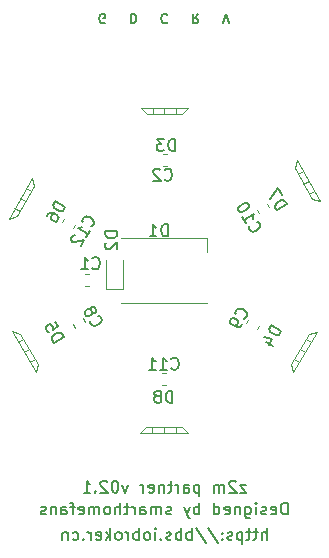
<source format=gbr>
%TF.GenerationSoftware,KiCad,Pcbnew,(5.1.4-0-10_14)*%
%TF.CreationDate,2019-11-29T01:48:41+08:00*%
%TF.ProjectId,z2m_partner,7a326d5f-7061-4727-946e-65722e6b6963,rev?*%
%TF.SameCoordinates,Original*%
%TF.FileFunction,Legend,Bot*%
%TF.FilePolarity,Positive*%
%FSLAX46Y46*%
G04 Gerber Fmt 4.6, Leading zero omitted, Abs format (unit mm)*
G04 Created by KiCad (PCBNEW (5.1.4-0-10_14)) date 2019-11-29 01:48:41*
%MOMM*%
%LPD*%
G04 APERTURE LIST*
%ADD10C,0.150000*%
%ADD11C,0.120000*%
G04 APERTURE END LIST*
D10*
X193212857Y-125672380D02*
X193212857Y-124672380D01*
X192784285Y-125672380D02*
X192784285Y-125148571D01*
X192831904Y-125053333D01*
X192927142Y-125005714D01*
X193070000Y-125005714D01*
X193165238Y-125053333D01*
X193212857Y-125100952D01*
X192450952Y-125005714D02*
X192070000Y-125005714D01*
X192308095Y-124672380D02*
X192308095Y-125529523D01*
X192260476Y-125624761D01*
X192165238Y-125672380D01*
X192070000Y-125672380D01*
X191879523Y-125005714D02*
X191498571Y-125005714D01*
X191736666Y-124672380D02*
X191736666Y-125529523D01*
X191689047Y-125624761D01*
X191593809Y-125672380D01*
X191498571Y-125672380D01*
X191165238Y-125005714D02*
X191165238Y-126005714D01*
X191165238Y-125053333D02*
X191070000Y-125005714D01*
X190879523Y-125005714D01*
X190784285Y-125053333D01*
X190736666Y-125100952D01*
X190689047Y-125196190D01*
X190689047Y-125481904D01*
X190736666Y-125577142D01*
X190784285Y-125624761D01*
X190879523Y-125672380D01*
X191070000Y-125672380D01*
X191165238Y-125624761D01*
X190308095Y-125624761D02*
X190212857Y-125672380D01*
X190022380Y-125672380D01*
X189927142Y-125624761D01*
X189879523Y-125529523D01*
X189879523Y-125481904D01*
X189927142Y-125386666D01*
X190022380Y-125339047D01*
X190165238Y-125339047D01*
X190260476Y-125291428D01*
X190308095Y-125196190D01*
X190308095Y-125148571D01*
X190260476Y-125053333D01*
X190165238Y-125005714D01*
X190022380Y-125005714D01*
X189927142Y-125053333D01*
X189450952Y-125577142D02*
X189403333Y-125624761D01*
X189450952Y-125672380D01*
X189498571Y-125624761D01*
X189450952Y-125577142D01*
X189450952Y-125672380D01*
X189450952Y-125053333D02*
X189403333Y-125100952D01*
X189450952Y-125148571D01*
X189498571Y-125100952D01*
X189450952Y-125053333D01*
X189450952Y-125148571D01*
X188260476Y-124624761D02*
X189117619Y-125910476D01*
X187212857Y-124624761D02*
X188070000Y-125910476D01*
X186879523Y-125672380D02*
X186879523Y-124672380D01*
X186879523Y-125053333D02*
X186784285Y-125005714D01*
X186593809Y-125005714D01*
X186498571Y-125053333D01*
X186450952Y-125100952D01*
X186403333Y-125196190D01*
X186403333Y-125481904D01*
X186450952Y-125577142D01*
X186498571Y-125624761D01*
X186593809Y-125672380D01*
X186784285Y-125672380D01*
X186879523Y-125624761D01*
X185974761Y-125672380D02*
X185974761Y-124672380D01*
X185974761Y-125053333D02*
X185879523Y-125005714D01*
X185689047Y-125005714D01*
X185593809Y-125053333D01*
X185546190Y-125100952D01*
X185498571Y-125196190D01*
X185498571Y-125481904D01*
X185546190Y-125577142D01*
X185593809Y-125624761D01*
X185689047Y-125672380D01*
X185879523Y-125672380D01*
X185974761Y-125624761D01*
X185117619Y-125624761D02*
X185022380Y-125672380D01*
X184831904Y-125672380D01*
X184736666Y-125624761D01*
X184689047Y-125529523D01*
X184689047Y-125481904D01*
X184736666Y-125386666D01*
X184831904Y-125339047D01*
X184974761Y-125339047D01*
X185070000Y-125291428D01*
X185117619Y-125196190D01*
X185117619Y-125148571D01*
X185070000Y-125053333D01*
X184974761Y-125005714D01*
X184831904Y-125005714D01*
X184736666Y-125053333D01*
X184260476Y-125577142D02*
X184212857Y-125624761D01*
X184260476Y-125672380D01*
X184308095Y-125624761D01*
X184260476Y-125577142D01*
X184260476Y-125672380D01*
X183784285Y-125672380D02*
X183784285Y-125005714D01*
X183784285Y-124672380D02*
X183831904Y-124720000D01*
X183784285Y-124767619D01*
X183736666Y-124720000D01*
X183784285Y-124672380D01*
X183784285Y-124767619D01*
X183165238Y-125672380D02*
X183260476Y-125624761D01*
X183308095Y-125577142D01*
X183355714Y-125481904D01*
X183355714Y-125196190D01*
X183308095Y-125100952D01*
X183260476Y-125053333D01*
X183165238Y-125005714D01*
X183022380Y-125005714D01*
X182927142Y-125053333D01*
X182879523Y-125100952D01*
X182831904Y-125196190D01*
X182831904Y-125481904D01*
X182879523Y-125577142D01*
X182927142Y-125624761D01*
X183022380Y-125672380D01*
X183165238Y-125672380D01*
X182403333Y-125672380D02*
X182403333Y-124672380D01*
X182403333Y-125053333D02*
X182308095Y-125005714D01*
X182117619Y-125005714D01*
X182022380Y-125053333D01*
X181974761Y-125100952D01*
X181927142Y-125196190D01*
X181927142Y-125481904D01*
X181974761Y-125577142D01*
X182022380Y-125624761D01*
X182117619Y-125672380D01*
X182308095Y-125672380D01*
X182403333Y-125624761D01*
X181498571Y-125672380D02*
X181498571Y-125005714D01*
X181498571Y-125196190D02*
X181450952Y-125100952D01*
X181403333Y-125053333D01*
X181308095Y-125005714D01*
X181212857Y-125005714D01*
X180736666Y-125672380D02*
X180831904Y-125624761D01*
X180879523Y-125577142D01*
X180927142Y-125481904D01*
X180927142Y-125196190D01*
X180879523Y-125100952D01*
X180831904Y-125053333D01*
X180736666Y-125005714D01*
X180593809Y-125005714D01*
X180498571Y-125053333D01*
X180450952Y-125100952D01*
X180403333Y-125196190D01*
X180403333Y-125481904D01*
X180450952Y-125577142D01*
X180498571Y-125624761D01*
X180593809Y-125672380D01*
X180736666Y-125672380D01*
X179974761Y-125672380D02*
X179974761Y-124672380D01*
X179879523Y-125291428D02*
X179593809Y-125672380D01*
X179593809Y-125005714D02*
X179974761Y-125386666D01*
X178784285Y-125624761D02*
X178879523Y-125672380D01*
X179070000Y-125672380D01*
X179165238Y-125624761D01*
X179212857Y-125529523D01*
X179212857Y-125148571D01*
X179165238Y-125053333D01*
X179070000Y-125005714D01*
X178879523Y-125005714D01*
X178784285Y-125053333D01*
X178736666Y-125148571D01*
X178736666Y-125243809D01*
X179212857Y-125339047D01*
X178308095Y-125672380D02*
X178308095Y-125005714D01*
X178308095Y-125196190D02*
X178260476Y-125100952D01*
X178212857Y-125053333D01*
X178117619Y-125005714D01*
X178022380Y-125005714D01*
X177689047Y-125577142D02*
X177641428Y-125624761D01*
X177689047Y-125672380D01*
X177736666Y-125624761D01*
X177689047Y-125577142D01*
X177689047Y-125672380D01*
X176784285Y-125624761D02*
X176879523Y-125672380D01*
X177070000Y-125672380D01*
X177165238Y-125624761D01*
X177212857Y-125577142D01*
X177260476Y-125481904D01*
X177260476Y-125196190D01*
X177212857Y-125100952D01*
X177165238Y-125053333D01*
X177070000Y-125005714D01*
X176879523Y-125005714D01*
X176784285Y-125053333D01*
X176355714Y-125005714D02*
X176355714Y-125672380D01*
X176355714Y-125100952D02*
X176308095Y-125053333D01*
X176212857Y-125005714D01*
X176070000Y-125005714D01*
X175974761Y-125053333D01*
X175927142Y-125148571D01*
X175927142Y-125672380D01*
X194978571Y-123522380D02*
X194978571Y-122522380D01*
X194740476Y-122522380D01*
X194597619Y-122570000D01*
X194502380Y-122665238D01*
X194454761Y-122760476D01*
X194407142Y-122950952D01*
X194407142Y-123093809D01*
X194454761Y-123284285D01*
X194502380Y-123379523D01*
X194597619Y-123474761D01*
X194740476Y-123522380D01*
X194978571Y-123522380D01*
X193597619Y-123474761D02*
X193692857Y-123522380D01*
X193883333Y-123522380D01*
X193978571Y-123474761D01*
X194026190Y-123379523D01*
X194026190Y-122998571D01*
X193978571Y-122903333D01*
X193883333Y-122855714D01*
X193692857Y-122855714D01*
X193597619Y-122903333D01*
X193550000Y-122998571D01*
X193550000Y-123093809D01*
X194026190Y-123189047D01*
X193169047Y-123474761D02*
X193073809Y-123522380D01*
X192883333Y-123522380D01*
X192788095Y-123474761D01*
X192740476Y-123379523D01*
X192740476Y-123331904D01*
X192788095Y-123236666D01*
X192883333Y-123189047D01*
X193026190Y-123189047D01*
X193121428Y-123141428D01*
X193169047Y-123046190D01*
X193169047Y-122998571D01*
X193121428Y-122903333D01*
X193026190Y-122855714D01*
X192883333Y-122855714D01*
X192788095Y-122903333D01*
X192311904Y-123522380D02*
X192311904Y-122855714D01*
X192311904Y-122522380D02*
X192359523Y-122570000D01*
X192311904Y-122617619D01*
X192264285Y-122570000D01*
X192311904Y-122522380D01*
X192311904Y-122617619D01*
X191407142Y-122855714D02*
X191407142Y-123665238D01*
X191454761Y-123760476D01*
X191502380Y-123808095D01*
X191597619Y-123855714D01*
X191740476Y-123855714D01*
X191835714Y-123808095D01*
X191407142Y-123474761D02*
X191502380Y-123522380D01*
X191692857Y-123522380D01*
X191788095Y-123474761D01*
X191835714Y-123427142D01*
X191883333Y-123331904D01*
X191883333Y-123046190D01*
X191835714Y-122950952D01*
X191788095Y-122903333D01*
X191692857Y-122855714D01*
X191502380Y-122855714D01*
X191407142Y-122903333D01*
X190930952Y-122855714D02*
X190930952Y-123522380D01*
X190930952Y-122950952D02*
X190883333Y-122903333D01*
X190788095Y-122855714D01*
X190645238Y-122855714D01*
X190550000Y-122903333D01*
X190502380Y-122998571D01*
X190502380Y-123522380D01*
X189645238Y-123474761D02*
X189740476Y-123522380D01*
X189930952Y-123522380D01*
X190026190Y-123474761D01*
X190073809Y-123379523D01*
X190073809Y-122998571D01*
X190026190Y-122903333D01*
X189930952Y-122855714D01*
X189740476Y-122855714D01*
X189645238Y-122903333D01*
X189597619Y-122998571D01*
X189597619Y-123093809D01*
X190073809Y-123189047D01*
X188740476Y-123522380D02*
X188740476Y-122522380D01*
X188740476Y-123474761D02*
X188835714Y-123522380D01*
X189026190Y-123522380D01*
X189121428Y-123474761D01*
X189169047Y-123427142D01*
X189216666Y-123331904D01*
X189216666Y-123046190D01*
X189169047Y-122950952D01*
X189121428Y-122903333D01*
X189026190Y-122855714D01*
X188835714Y-122855714D01*
X188740476Y-122903333D01*
X187502380Y-123522380D02*
X187502380Y-122522380D01*
X187502380Y-122903333D02*
X187407142Y-122855714D01*
X187216666Y-122855714D01*
X187121428Y-122903333D01*
X187073809Y-122950952D01*
X187026190Y-123046190D01*
X187026190Y-123331904D01*
X187073809Y-123427142D01*
X187121428Y-123474761D01*
X187216666Y-123522380D01*
X187407142Y-123522380D01*
X187502380Y-123474761D01*
X186692857Y-122855714D02*
X186454761Y-123522380D01*
X186216666Y-122855714D02*
X186454761Y-123522380D01*
X186550000Y-123760476D01*
X186597619Y-123808095D01*
X186692857Y-123855714D01*
X185121428Y-123474761D02*
X185026190Y-123522380D01*
X184835714Y-123522380D01*
X184740476Y-123474761D01*
X184692857Y-123379523D01*
X184692857Y-123331904D01*
X184740476Y-123236666D01*
X184835714Y-123189047D01*
X184978571Y-123189047D01*
X185073809Y-123141428D01*
X185121428Y-123046190D01*
X185121428Y-122998571D01*
X185073809Y-122903333D01*
X184978571Y-122855714D01*
X184835714Y-122855714D01*
X184740476Y-122903333D01*
X184264285Y-123522380D02*
X184264285Y-122855714D01*
X184264285Y-122950952D02*
X184216666Y-122903333D01*
X184121428Y-122855714D01*
X183978571Y-122855714D01*
X183883333Y-122903333D01*
X183835714Y-122998571D01*
X183835714Y-123522380D01*
X183835714Y-122998571D02*
X183788095Y-122903333D01*
X183692857Y-122855714D01*
X183550000Y-122855714D01*
X183454761Y-122903333D01*
X183407142Y-122998571D01*
X183407142Y-123522380D01*
X182502380Y-123522380D02*
X182502380Y-122998571D01*
X182550000Y-122903333D01*
X182645238Y-122855714D01*
X182835714Y-122855714D01*
X182930952Y-122903333D01*
X182502380Y-123474761D02*
X182597619Y-123522380D01*
X182835714Y-123522380D01*
X182930952Y-123474761D01*
X182978571Y-123379523D01*
X182978571Y-123284285D01*
X182930952Y-123189047D01*
X182835714Y-123141428D01*
X182597619Y-123141428D01*
X182502380Y-123093809D01*
X182026190Y-123522380D02*
X182026190Y-122855714D01*
X182026190Y-123046190D02*
X181978571Y-122950952D01*
X181930952Y-122903333D01*
X181835714Y-122855714D01*
X181740476Y-122855714D01*
X181550000Y-122855714D02*
X181169047Y-122855714D01*
X181407142Y-122522380D02*
X181407142Y-123379523D01*
X181359523Y-123474761D01*
X181264285Y-123522380D01*
X181169047Y-123522380D01*
X180835714Y-123522380D02*
X180835714Y-122522380D01*
X180407142Y-123522380D02*
X180407142Y-122998571D01*
X180454761Y-122903333D01*
X180550000Y-122855714D01*
X180692857Y-122855714D01*
X180788095Y-122903333D01*
X180835714Y-122950952D01*
X179788095Y-123522380D02*
X179883333Y-123474761D01*
X179930952Y-123427142D01*
X179978571Y-123331904D01*
X179978571Y-123046190D01*
X179930952Y-122950952D01*
X179883333Y-122903333D01*
X179788095Y-122855714D01*
X179645238Y-122855714D01*
X179550000Y-122903333D01*
X179502380Y-122950952D01*
X179454761Y-123046190D01*
X179454761Y-123331904D01*
X179502380Y-123427142D01*
X179550000Y-123474761D01*
X179645238Y-123522380D01*
X179788095Y-123522380D01*
X179026190Y-123522380D02*
X179026190Y-122855714D01*
X179026190Y-122950952D02*
X178978571Y-122903333D01*
X178883333Y-122855714D01*
X178740476Y-122855714D01*
X178645238Y-122903333D01*
X178597619Y-122998571D01*
X178597619Y-123522380D01*
X178597619Y-122998571D02*
X178550000Y-122903333D01*
X178454761Y-122855714D01*
X178311904Y-122855714D01*
X178216666Y-122903333D01*
X178169047Y-122998571D01*
X178169047Y-123522380D01*
X177311904Y-123474761D02*
X177407142Y-123522380D01*
X177597619Y-123522380D01*
X177692857Y-123474761D01*
X177740476Y-123379523D01*
X177740476Y-122998571D01*
X177692857Y-122903333D01*
X177597619Y-122855714D01*
X177407142Y-122855714D01*
X177311904Y-122903333D01*
X177264285Y-122998571D01*
X177264285Y-123093809D01*
X177740476Y-123189047D01*
X176978571Y-122855714D02*
X176597619Y-122855714D01*
X176835714Y-123522380D02*
X176835714Y-122665238D01*
X176788095Y-122570000D01*
X176692857Y-122522380D01*
X176597619Y-122522380D01*
X175835714Y-123522380D02*
X175835714Y-122998571D01*
X175883333Y-122903333D01*
X175978571Y-122855714D01*
X176169047Y-122855714D01*
X176264285Y-122903333D01*
X175835714Y-123474761D02*
X175930952Y-123522380D01*
X176169047Y-123522380D01*
X176264285Y-123474761D01*
X176311904Y-123379523D01*
X176311904Y-123284285D01*
X176264285Y-123189047D01*
X176169047Y-123141428D01*
X175930952Y-123141428D01*
X175835714Y-123093809D01*
X175359523Y-122855714D02*
X175359523Y-123522380D01*
X175359523Y-122950952D02*
X175311904Y-122903333D01*
X175216666Y-122855714D01*
X175073809Y-122855714D01*
X174978571Y-122903333D01*
X174930952Y-122998571D01*
X174930952Y-123522380D01*
X174502380Y-123474761D02*
X174407142Y-123522380D01*
X174216666Y-123522380D01*
X174121428Y-123474761D01*
X174073809Y-123379523D01*
X174073809Y-123331904D01*
X174121428Y-123236666D01*
X174216666Y-123189047D01*
X174359523Y-123189047D01*
X174454761Y-123141428D01*
X174502380Y-123046190D01*
X174502380Y-122998571D01*
X174454761Y-122903333D01*
X174359523Y-122855714D01*
X174216666Y-122855714D01*
X174121428Y-122903333D01*
X191474761Y-120995714D02*
X190950952Y-120995714D01*
X191474761Y-121662380D01*
X190950952Y-121662380D01*
X190617619Y-120757619D02*
X190570000Y-120710000D01*
X190474761Y-120662380D01*
X190236666Y-120662380D01*
X190141428Y-120710000D01*
X190093809Y-120757619D01*
X190046190Y-120852857D01*
X190046190Y-120948095D01*
X190093809Y-121090952D01*
X190665238Y-121662380D01*
X190046190Y-121662380D01*
X189617619Y-121662380D02*
X189617619Y-120995714D01*
X189617619Y-121090952D02*
X189570000Y-121043333D01*
X189474761Y-120995714D01*
X189331904Y-120995714D01*
X189236666Y-121043333D01*
X189189047Y-121138571D01*
X189189047Y-121662380D01*
X189189047Y-121138571D02*
X189141428Y-121043333D01*
X189046190Y-120995714D01*
X188903333Y-120995714D01*
X188808095Y-121043333D01*
X188760476Y-121138571D01*
X188760476Y-121662380D01*
X187522380Y-120995714D02*
X187522380Y-121995714D01*
X187522380Y-121043333D02*
X187427142Y-120995714D01*
X187236666Y-120995714D01*
X187141428Y-121043333D01*
X187093809Y-121090952D01*
X187046190Y-121186190D01*
X187046190Y-121471904D01*
X187093809Y-121567142D01*
X187141428Y-121614761D01*
X187236666Y-121662380D01*
X187427142Y-121662380D01*
X187522380Y-121614761D01*
X186189047Y-121662380D02*
X186189047Y-121138571D01*
X186236666Y-121043333D01*
X186331904Y-120995714D01*
X186522380Y-120995714D01*
X186617619Y-121043333D01*
X186189047Y-121614761D02*
X186284285Y-121662380D01*
X186522380Y-121662380D01*
X186617619Y-121614761D01*
X186665238Y-121519523D01*
X186665238Y-121424285D01*
X186617619Y-121329047D01*
X186522380Y-121281428D01*
X186284285Y-121281428D01*
X186189047Y-121233809D01*
X185712857Y-121662380D02*
X185712857Y-120995714D01*
X185712857Y-121186190D02*
X185665238Y-121090952D01*
X185617619Y-121043333D01*
X185522380Y-120995714D01*
X185427142Y-120995714D01*
X185236666Y-120995714D02*
X184855714Y-120995714D01*
X185093809Y-120662380D02*
X185093809Y-121519523D01*
X185046190Y-121614761D01*
X184950952Y-121662380D01*
X184855714Y-121662380D01*
X184522380Y-120995714D02*
X184522380Y-121662380D01*
X184522380Y-121090952D02*
X184474761Y-121043333D01*
X184379523Y-120995714D01*
X184236666Y-120995714D01*
X184141428Y-121043333D01*
X184093809Y-121138571D01*
X184093809Y-121662380D01*
X183236666Y-121614761D02*
X183331904Y-121662380D01*
X183522380Y-121662380D01*
X183617619Y-121614761D01*
X183665238Y-121519523D01*
X183665238Y-121138571D01*
X183617619Y-121043333D01*
X183522380Y-120995714D01*
X183331904Y-120995714D01*
X183236666Y-121043333D01*
X183189047Y-121138571D01*
X183189047Y-121233809D01*
X183665238Y-121329047D01*
X182760476Y-121662380D02*
X182760476Y-120995714D01*
X182760476Y-121186190D02*
X182712857Y-121090952D01*
X182665238Y-121043333D01*
X182570000Y-120995714D01*
X182474761Y-120995714D01*
X181474761Y-120995714D02*
X181236666Y-121662380D01*
X180998571Y-120995714D01*
X180427142Y-120662380D02*
X180331904Y-120662380D01*
X180236666Y-120710000D01*
X180189047Y-120757619D01*
X180141428Y-120852857D01*
X180093809Y-121043333D01*
X180093809Y-121281428D01*
X180141428Y-121471904D01*
X180189047Y-121567142D01*
X180236666Y-121614761D01*
X180331904Y-121662380D01*
X180427142Y-121662380D01*
X180522380Y-121614761D01*
X180570000Y-121567142D01*
X180617619Y-121471904D01*
X180665238Y-121281428D01*
X180665238Y-121043333D01*
X180617619Y-120852857D01*
X180570000Y-120757619D01*
X180522380Y-120710000D01*
X180427142Y-120662380D01*
X179712857Y-120757619D02*
X179665238Y-120710000D01*
X179570000Y-120662380D01*
X179331904Y-120662380D01*
X179236666Y-120710000D01*
X179189047Y-120757619D01*
X179141428Y-120852857D01*
X179141428Y-120948095D01*
X179189047Y-121090952D01*
X179760476Y-121662380D01*
X179141428Y-121662380D01*
X178712857Y-121567142D02*
X178665238Y-121614761D01*
X178712857Y-121662380D01*
X178760476Y-121614761D01*
X178712857Y-121567142D01*
X178712857Y-121662380D01*
X177712857Y-121662380D02*
X178284285Y-121662380D01*
X177998571Y-121662380D02*
X177998571Y-120662380D01*
X178093809Y-120805238D01*
X178189047Y-120900476D01*
X178284285Y-120948095D01*
D11*
X177853733Y-103160000D02*
X178196267Y-103160000D01*
X177853733Y-104180000D02*
X178196267Y-104180000D01*
X188200000Y-100120000D02*
X188200000Y-101270000D01*
X180900000Y-100120000D02*
X188200000Y-100120000D01*
X180900000Y-105620000D02*
X188200000Y-105620000D01*
X179585000Y-104460000D02*
X179585000Y-102000000D01*
X181055000Y-104460000D02*
X179585000Y-104460000D01*
X181055000Y-102000000D02*
X181055000Y-104460000D01*
X184786267Y-94010000D02*
X184443733Y-94010000D01*
X184786267Y-92990000D02*
X184443733Y-92990000D01*
X177662039Y-106911678D02*
X177833306Y-107208322D01*
X176778694Y-107421678D02*
X176949961Y-107718322D01*
X191496694Y-107335322D02*
X191667961Y-107038678D01*
X192380039Y-107845322D02*
X192551306Y-107548678D01*
X182550000Y-89120000D02*
X186550000Y-89120000D01*
X185550000Y-89120000D02*
X185550000Y-89620000D01*
X184550000Y-89120000D02*
X184550000Y-89620000D01*
X183550000Y-89120000D02*
X183550000Y-89620000D01*
X182550000Y-89120000D02*
X183050000Y-89620000D01*
X183050000Y-89620000D02*
X186050000Y-89620000D01*
X186050000Y-89620000D02*
X186550000Y-89120000D01*
X197449519Y-108032949D02*
X195449519Y-111497051D01*
X195949519Y-110631025D02*
X195516506Y-110381025D01*
X196449519Y-109765000D02*
X196016506Y-109515000D01*
X196949519Y-108898975D02*
X196516506Y-108648975D01*
X197449519Y-108032949D02*
X196766506Y-108215962D01*
X196766506Y-108215962D02*
X195266506Y-110814038D01*
X195266506Y-110814038D02*
X195449519Y-111497051D01*
X173650481Y-111487051D02*
X171650481Y-108022949D01*
X172150481Y-108888975D02*
X172583494Y-108638975D01*
X172650481Y-109755000D02*
X173083494Y-109505000D01*
X173150481Y-110621025D02*
X173583494Y-110371025D01*
X173650481Y-111487051D02*
X173833494Y-110804038D01*
X173833494Y-110804038D02*
X172333494Y-108205962D01*
X172333494Y-108205962D02*
X171650481Y-108022949D01*
X193437306Y-97493322D02*
X193266039Y-97196678D01*
X192553961Y-98003322D02*
X192382694Y-97706678D01*
X184358733Y-111570000D02*
X184701267Y-111570000D01*
X184358733Y-112590000D02*
X184701267Y-112590000D01*
X176073961Y-98486678D02*
X175902694Y-98783322D01*
X176957306Y-98996678D02*
X176786039Y-99293322D01*
X173543494Y-95685962D02*
X173360481Y-95002949D01*
X172043494Y-98284038D02*
X173543494Y-95685962D01*
X171360481Y-98467051D02*
X172043494Y-98284038D01*
X171860481Y-97601025D02*
X172293494Y-97851025D01*
X172360481Y-96735000D02*
X172793494Y-96985000D01*
X172860481Y-95868975D02*
X173293494Y-96118975D01*
X171360481Y-98467051D02*
X173360481Y-95002949D01*
X197076506Y-96824038D02*
X197759519Y-97007051D01*
X195576506Y-94225962D02*
X197076506Y-96824038D01*
X195759519Y-93542949D02*
X195576506Y-94225962D01*
X196259519Y-94408975D02*
X195826506Y-94658975D01*
X196759519Y-95275000D02*
X196326506Y-95525000D01*
X197259519Y-96141025D02*
X196826506Y-96391025D01*
X195759519Y-93542949D02*
X197759519Y-97007051D01*
X186530000Y-116620000D02*
X182530000Y-116620000D01*
X183530000Y-116620000D02*
X183530000Y-116120000D01*
X184530000Y-116620000D02*
X184530000Y-116120000D01*
X185530000Y-116620000D02*
X185530000Y-116120000D01*
X186530000Y-116620000D02*
X186030000Y-116120000D01*
X186030000Y-116120000D02*
X183030000Y-116120000D01*
X183030000Y-116120000D02*
X182530000Y-116620000D01*
D10*
X179509523Y-81900000D02*
X179433333Y-81938095D01*
X179319047Y-81938095D01*
X179204761Y-81900000D01*
X179128571Y-81823809D01*
X179090476Y-81747619D01*
X179052380Y-81595238D01*
X179052380Y-81480952D01*
X179090476Y-81328571D01*
X179128571Y-81252380D01*
X179204761Y-81176190D01*
X179319047Y-81138095D01*
X179395238Y-81138095D01*
X179509523Y-81176190D01*
X179547619Y-81214285D01*
X179547619Y-81480952D01*
X179395238Y-81480952D01*
X181719047Y-81138095D02*
X181719047Y-81938095D01*
X181909523Y-81938095D01*
X182023809Y-81900000D01*
X182100000Y-81823809D01*
X182138095Y-81747619D01*
X182176190Y-81595238D01*
X182176190Y-81480952D01*
X182138095Y-81328571D01*
X182100000Y-81252380D01*
X182023809Y-81176190D01*
X181909523Y-81138095D01*
X181719047Y-81138095D01*
X184804761Y-81214285D02*
X184766666Y-81176190D01*
X184652380Y-81138095D01*
X184576190Y-81138095D01*
X184461904Y-81176190D01*
X184385714Y-81252380D01*
X184347619Y-81328571D01*
X184309523Y-81480952D01*
X184309523Y-81595238D01*
X184347619Y-81747619D01*
X184385714Y-81823809D01*
X184461904Y-81900000D01*
X184576190Y-81938095D01*
X184652380Y-81938095D01*
X184766666Y-81900000D01*
X184804761Y-81861904D01*
X187433333Y-81138095D02*
X187166666Y-81519047D01*
X186976190Y-81138095D02*
X186976190Y-81938095D01*
X187280952Y-81938095D01*
X187357142Y-81900000D01*
X187395238Y-81861904D01*
X187433333Y-81785714D01*
X187433333Y-81671428D01*
X187395238Y-81595238D01*
X187357142Y-81557142D01*
X187280952Y-81519047D01*
X186976190Y-81519047D01*
X189490476Y-81938095D02*
X189757142Y-81138095D01*
X190023809Y-81938095D01*
X178466666Y-102657142D02*
X178514285Y-102704761D01*
X178657142Y-102752380D01*
X178752380Y-102752380D01*
X178895238Y-102704761D01*
X178990476Y-102609523D01*
X179038095Y-102514285D01*
X179085714Y-102323809D01*
X179085714Y-102180952D01*
X179038095Y-101990476D01*
X178990476Y-101895238D01*
X178895238Y-101800000D01*
X178752380Y-101752380D01*
X178657142Y-101752380D01*
X178514285Y-101800000D01*
X178466666Y-101847619D01*
X177514285Y-102752380D02*
X178085714Y-102752380D01*
X177800000Y-102752380D02*
X177800000Y-101752380D01*
X177895238Y-101895238D01*
X177990476Y-101990476D01*
X178085714Y-102038095D01*
X184838095Y-99952380D02*
X184838095Y-98952380D01*
X184600000Y-98952380D01*
X184457142Y-99000000D01*
X184361904Y-99095238D01*
X184314285Y-99190476D01*
X184266666Y-99380952D01*
X184266666Y-99523809D01*
X184314285Y-99714285D01*
X184361904Y-99809523D01*
X184457142Y-99904761D01*
X184600000Y-99952380D01*
X184838095Y-99952380D01*
X183314285Y-99952380D02*
X183885714Y-99952380D01*
X183600000Y-99952380D02*
X183600000Y-98952380D01*
X183695238Y-99095238D01*
X183790476Y-99190476D01*
X183885714Y-99238095D01*
X180552380Y-99561904D02*
X179552380Y-99561904D01*
X179552380Y-99800000D01*
X179600000Y-99942857D01*
X179695238Y-100038095D01*
X179790476Y-100085714D01*
X179980952Y-100133333D01*
X180123809Y-100133333D01*
X180314285Y-100085714D01*
X180409523Y-100038095D01*
X180504761Y-99942857D01*
X180552380Y-99800000D01*
X180552380Y-99561904D01*
X179647619Y-100514285D02*
X179600000Y-100561904D01*
X179552380Y-100657142D01*
X179552380Y-100895238D01*
X179600000Y-100990476D01*
X179647619Y-101038095D01*
X179742857Y-101085714D01*
X179838095Y-101085714D01*
X179980952Y-101038095D01*
X180552380Y-100466666D01*
X180552380Y-101085714D01*
X184566666Y-95157142D02*
X184614285Y-95204761D01*
X184757142Y-95252380D01*
X184852380Y-95252380D01*
X184995238Y-95204761D01*
X185090476Y-95109523D01*
X185138095Y-95014285D01*
X185185714Y-94823809D01*
X185185714Y-94680952D01*
X185138095Y-94490476D01*
X185090476Y-94395238D01*
X184995238Y-94300000D01*
X184852380Y-94252380D01*
X184757142Y-94252380D01*
X184614285Y-94300000D01*
X184566666Y-94347619D01*
X184185714Y-94347619D02*
X184138095Y-94300000D01*
X184042857Y-94252380D01*
X183804761Y-94252380D01*
X183709523Y-94300000D01*
X183661904Y-94347619D01*
X183614285Y-94442857D01*
X183614285Y-94538095D01*
X183661904Y-94680952D01*
X184233333Y-95252380D01*
X183614285Y-95252380D01*
X178274038Y-107122908D02*
X178256608Y-107187957D01*
X178286798Y-107335485D01*
X178334417Y-107417963D01*
X178447084Y-107517872D01*
X178577182Y-107552731D01*
X178683470Y-107546352D01*
X178872237Y-107492353D01*
X178995955Y-107420924D01*
X179137103Y-107284447D01*
X179195772Y-107195588D01*
X179230631Y-107065491D01*
X179200442Y-106917963D01*
X179152823Y-106835485D01*
X179040155Y-106735576D01*
X178975106Y-106718147D01*
X178400717Y-106389942D02*
X178489575Y-106448611D01*
X178554624Y-106466040D01*
X178660912Y-106459661D01*
X178702151Y-106435851D01*
X178760821Y-106346993D01*
X178778250Y-106281944D01*
X178771871Y-106175656D01*
X178676632Y-106010699D01*
X178587774Y-105952030D01*
X178522725Y-105934600D01*
X178416437Y-105940980D01*
X178375198Y-105964789D01*
X178316529Y-106053647D01*
X178299099Y-106118696D01*
X178305479Y-106224984D01*
X178400717Y-106389942D01*
X178407097Y-106496230D01*
X178389667Y-106561279D01*
X178330998Y-106650137D01*
X178166040Y-106745375D01*
X178059752Y-106751755D01*
X177994704Y-106734325D01*
X177905845Y-106675656D01*
X177810607Y-106510699D01*
X177804227Y-106404411D01*
X177821657Y-106339362D01*
X177880326Y-106250503D01*
X178045283Y-106155265D01*
X178151572Y-106148886D01*
X178216620Y-106166315D01*
X178305479Y-106224984D01*
X191292628Y-106934233D02*
X191357676Y-106916804D01*
X191470344Y-106816895D01*
X191517963Y-106734417D01*
X191548153Y-106586889D01*
X191513293Y-106456791D01*
X191454624Y-106367933D01*
X191313476Y-106231456D01*
X191189758Y-106160027D01*
X191000992Y-106106028D01*
X190894704Y-106099649D01*
X190764606Y-106134508D01*
X190651938Y-106234417D01*
X190604319Y-106316895D01*
X190574130Y-106464423D01*
X190591559Y-106529471D01*
X191137011Y-107394245D02*
X191041773Y-107559203D01*
X190952915Y-107617872D01*
X190887866Y-107635302D01*
X190716529Y-107646352D01*
X190527762Y-107592353D01*
X190197848Y-107401877D01*
X190139178Y-107313018D01*
X190121749Y-107247969D01*
X190128128Y-107141681D01*
X190223367Y-106976724D01*
X190312225Y-106918055D01*
X190377274Y-106900625D01*
X190483562Y-106907005D01*
X190689758Y-107026053D01*
X190748427Y-107114911D01*
X190765857Y-107179960D01*
X190759478Y-107286248D01*
X190664239Y-107451205D01*
X190575381Y-107509874D01*
X190510332Y-107527304D01*
X190404044Y-107520924D01*
X185438095Y-92752380D02*
X185438095Y-91752380D01*
X185200000Y-91752380D01*
X185057142Y-91800000D01*
X184961904Y-91895238D01*
X184914285Y-91990476D01*
X184866666Y-92180952D01*
X184866666Y-92323809D01*
X184914285Y-92514285D01*
X184961904Y-92609523D01*
X185057142Y-92704761D01*
X185200000Y-92752380D01*
X185438095Y-92752380D01*
X184533333Y-91752380D02*
X183914285Y-91752380D01*
X184247619Y-92133333D01*
X184104761Y-92133333D01*
X184009523Y-92180952D01*
X183961904Y-92228571D01*
X183914285Y-92323809D01*
X183914285Y-92561904D01*
X183961904Y-92657142D01*
X184009523Y-92704761D01*
X184104761Y-92752380D01*
X184390476Y-92752380D01*
X184485714Y-92704761D01*
X184533333Y-92657142D01*
X194460821Y-107986981D02*
X193594795Y-107486981D01*
X193475747Y-107693177D01*
X193445558Y-107840705D01*
X193480418Y-107970802D01*
X193539087Y-108059661D01*
X193680235Y-108196138D01*
X193803952Y-108267567D01*
X193992719Y-108321565D01*
X194099007Y-108327945D01*
X194229105Y-108293086D01*
X194341773Y-108193177D01*
X194460821Y-107986981D01*
X193169185Y-108890827D02*
X193746535Y-109224160D01*
X192958318Y-108494154D02*
X193695955Y-108645100D01*
X193386431Y-109181211D01*
X175177274Y-108965399D02*
X176043299Y-108465399D01*
X175924252Y-108259203D01*
X175811584Y-108159294D01*
X175681486Y-108124435D01*
X175575198Y-108130814D01*
X175386431Y-108184813D01*
X175262713Y-108256242D01*
X175121565Y-108392719D01*
X175062896Y-108481578D01*
X175028037Y-108611675D01*
X175058226Y-108759203D01*
X175177274Y-108965399D01*
X175305204Y-107186981D02*
X175543299Y-107599374D01*
X175154716Y-107878708D01*
X175172145Y-107813660D01*
X175165766Y-107707371D01*
X175046718Y-107501175D01*
X174957860Y-107442506D01*
X174892811Y-107425076D01*
X174786523Y-107431456D01*
X174580326Y-107550503D01*
X174521657Y-107639362D01*
X174504227Y-107704411D01*
X174510607Y-107810699D01*
X174629655Y-108016895D01*
X174718513Y-108075564D01*
X174783562Y-108092994D01*
X191712133Y-99135302D02*
X191694704Y-99200350D01*
X191724893Y-99347878D01*
X191772512Y-99430356D01*
X191885180Y-99530265D01*
X192015277Y-99565124D01*
X192121565Y-99558745D01*
X192310332Y-99504746D01*
X192434050Y-99433317D01*
X192575198Y-99296840D01*
X192633867Y-99207982D01*
X192668726Y-99077884D01*
X192638537Y-98930356D01*
X192590918Y-98847878D01*
X192478250Y-98747969D01*
X192413201Y-98730540D01*
X191153464Y-98358134D02*
X191439178Y-98853006D01*
X191296321Y-98605570D02*
X192162347Y-98105570D01*
X192086248Y-98259478D01*
X192051388Y-98389575D01*
X192057768Y-98495863D01*
X191709966Y-97322024D02*
X191662347Y-97239545D01*
X191573488Y-97180876D01*
X191508440Y-97163446D01*
X191402151Y-97169826D01*
X191213385Y-97223825D01*
X191007188Y-97342872D01*
X190866040Y-97479350D01*
X190807371Y-97568208D01*
X190789942Y-97633257D01*
X190796321Y-97739545D01*
X190843940Y-97822024D01*
X190932799Y-97880693D01*
X190997848Y-97898122D01*
X191104136Y-97891743D01*
X191292902Y-97837744D01*
X191499099Y-97718696D01*
X191640247Y-97582219D01*
X191698916Y-97493360D01*
X191716346Y-97428312D01*
X191709966Y-97322024D01*
X185142857Y-111157142D02*
X185190476Y-111204761D01*
X185333333Y-111252380D01*
X185428571Y-111252380D01*
X185571428Y-111204761D01*
X185666666Y-111109523D01*
X185714285Y-111014285D01*
X185761904Y-110823809D01*
X185761904Y-110680952D01*
X185714285Y-110490476D01*
X185666666Y-110395238D01*
X185571428Y-110300000D01*
X185428571Y-110252380D01*
X185333333Y-110252380D01*
X185190476Y-110300000D01*
X185142857Y-110347619D01*
X184190476Y-111252380D02*
X184761904Y-111252380D01*
X184476190Y-111252380D02*
X184476190Y-110252380D01*
X184571428Y-110395238D01*
X184666666Y-110490476D01*
X184761904Y-110538095D01*
X183238095Y-111252380D02*
X183809523Y-111252380D01*
X183523809Y-111252380D02*
X183523809Y-110252380D01*
X183619047Y-110395238D01*
X183714285Y-110490476D01*
X183809523Y-110538095D01*
X178330723Y-99121839D02*
X178395772Y-99104410D01*
X178508440Y-99004501D01*
X178556059Y-98922023D01*
X178586248Y-98774495D01*
X178551388Y-98644397D01*
X178492719Y-98555539D01*
X178351572Y-98419062D01*
X178227854Y-98347633D01*
X178039087Y-98293634D01*
X177932799Y-98287255D01*
X177802701Y-98322114D01*
X177690033Y-98422023D01*
X177642414Y-98504501D01*
X177612225Y-98652029D01*
X177629655Y-98717077D01*
X177937011Y-99994244D02*
X178222725Y-99499373D01*
X178079868Y-99746809D02*
X177213843Y-99246809D01*
X177385180Y-99235759D01*
X177515277Y-99200899D01*
X177604136Y-99142230D01*
X176962988Y-99871778D02*
X176897939Y-99889208D01*
X176809081Y-99947877D01*
X176690033Y-100154073D01*
X176683653Y-100260361D01*
X176701083Y-100325410D01*
X176759752Y-100414269D01*
X176842231Y-100461888D01*
X176989758Y-100492077D01*
X177770344Y-100282920D01*
X177460821Y-100819031D01*
X176160821Y-97486981D02*
X175294795Y-96986981D01*
X175175747Y-97193177D01*
X175145558Y-97340705D01*
X175180418Y-97470802D01*
X175239087Y-97559661D01*
X175380235Y-97696138D01*
X175503952Y-97767567D01*
X175692719Y-97821565D01*
X175799007Y-97827945D01*
X175929105Y-97793086D01*
X176041773Y-97693177D01*
X176160821Y-97486981D01*
X174580509Y-98224160D02*
X174675747Y-98059203D01*
X174764606Y-98000534D01*
X174829655Y-97983104D01*
X175000992Y-97972054D01*
X175189758Y-98026053D01*
X175519673Y-98216529D01*
X175578342Y-98305387D01*
X175595772Y-98370436D01*
X175589392Y-98476724D01*
X175494154Y-98641681D01*
X175405295Y-98700350D01*
X175340247Y-98717780D01*
X175233959Y-98711400D01*
X175027762Y-98592353D01*
X174969093Y-98503494D01*
X174951663Y-98438446D01*
X174958043Y-98332157D01*
X175053281Y-98167200D01*
X175142139Y-98108531D01*
X175207188Y-98091101D01*
X175313476Y-98097481D01*
X194077274Y-97765399D02*
X194943299Y-97265399D01*
X194824252Y-97059203D01*
X194711584Y-96959294D01*
X194581486Y-96924435D01*
X194475198Y-96930814D01*
X194286431Y-96984813D01*
X194162713Y-97056242D01*
X194021565Y-97192719D01*
X193962896Y-97281578D01*
X193928037Y-97411675D01*
X193958226Y-97559203D01*
X194077274Y-97765399D01*
X194490918Y-96481852D02*
X194157585Y-95904502D01*
X193505845Y-96775656D01*
X185238095Y-114052380D02*
X185238095Y-113052380D01*
X185000000Y-113052380D01*
X184857142Y-113100000D01*
X184761904Y-113195238D01*
X184714285Y-113290476D01*
X184666666Y-113480952D01*
X184666666Y-113623809D01*
X184714285Y-113814285D01*
X184761904Y-113909523D01*
X184857142Y-114004761D01*
X185000000Y-114052380D01*
X185238095Y-114052380D01*
X184095238Y-113480952D02*
X184190476Y-113433333D01*
X184238095Y-113385714D01*
X184285714Y-113290476D01*
X184285714Y-113242857D01*
X184238095Y-113147619D01*
X184190476Y-113100000D01*
X184095238Y-113052380D01*
X183904761Y-113052380D01*
X183809523Y-113100000D01*
X183761904Y-113147619D01*
X183714285Y-113242857D01*
X183714285Y-113290476D01*
X183761904Y-113385714D01*
X183809523Y-113433333D01*
X183904761Y-113480952D01*
X184095238Y-113480952D01*
X184190476Y-113528571D01*
X184238095Y-113576190D01*
X184285714Y-113671428D01*
X184285714Y-113861904D01*
X184238095Y-113957142D01*
X184190476Y-114004761D01*
X184095238Y-114052380D01*
X183904761Y-114052380D01*
X183809523Y-114004761D01*
X183761904Y-113957142D01*
X183714285Y-113861904D01*
X183714285Y-113671428D01*
X183761904Y-113576190D01*
X183809523Y-113528571D01*
X183904761Y-113480952D01*
M02*

</source>
